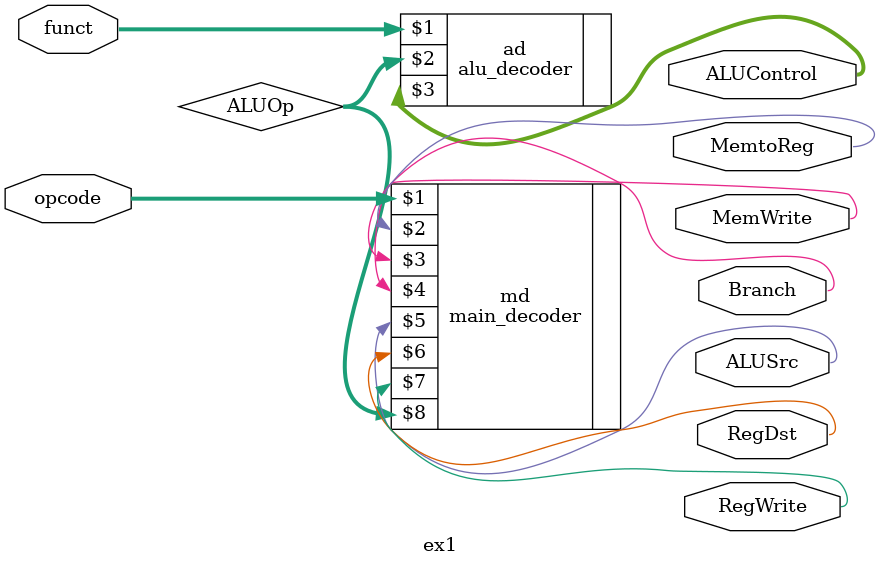
<source format=v>
module ex1(
	input [5:0] opcode, funct,
	output MemtoReg, MemWrite, Branch, ALUSrc, RegDst, RegWrite,
 	output [2:0] ALUControl
);

	wire [1:0] ALUOp;

	main_decoder md(opcode,MemtoReg, MemWrite, Branch, ALUSrc, RegDst, RegWrite,ALUOp);
	alu_decoder ad(funct,ALUOp,ALUControl);

endmodule
</source>
